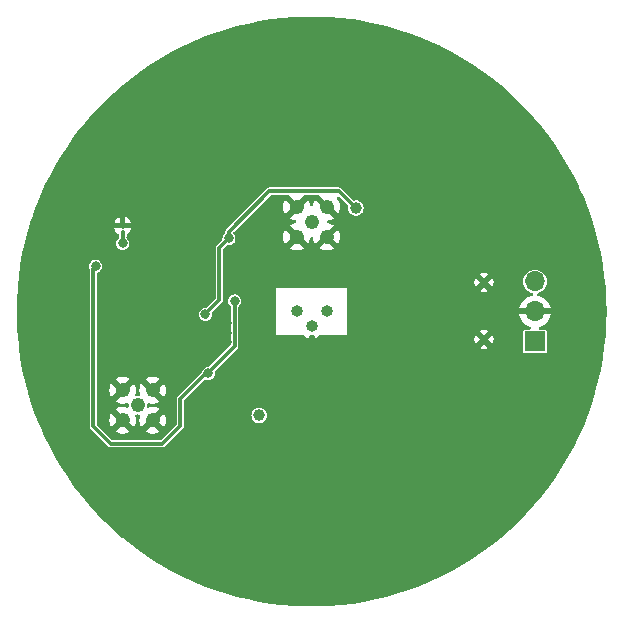
<source format=gbl>
%TF.GenerationSoftware,KiCad,Pcbnew,7.0.2*%
%TF.CreationDate,2023-05-30T15:48:39+02:00*%
%TF.ProjectId,oip_opa818,6f69705f-6f70-4613-9831-382e6b696361,rev?*%
%TF.SameCoordinates,Original*%
%TF.FileFunction,Copper,L2,Bot*%
%TF.FilePolarity,Positive*%
%FSLAX46Y46*%
G04 Gerber Fmt 4.6, Leading zero omitted, Abs format (unit mm)*
G04 Created by KiCad (PCBNEW 7.0.2) date 2023-05-30 15:48:39*
%MOMM*%
%LPD*%
G01*
G04 APERTURE LIST*
G04 Aperture macros list*
%AMRoundRect*
0 Rectangle with rounded corners*
0 $1 Rounding radius*
0 $2 $3 $4 $5 $6 $7 $8 $9 X,Y pos of 4 corners*
0 Add a 4 corners polygon primitive as box body*
4,1,4,$2,$3,$4,$5,$6,$7,$8,$9,$2,$3,0*
0 Add four circle primitives for the rounded corners*
1,1,$1+$1,$2,$3*
1,1,$1+$1,$4,$5*
1,1,$1+$1,$6,$7*
1,1,$1+$1,$8,$9*
0 Add four rect primitives between the rounded corners*
20,1,$1+$1,$2,$3,$4,$5,0*
20,1,$1+$1,$4,$5,$6,$7,0*
20,1,$1+$1,$6,$7,$8,$9,0*
20,1,$1+$1,$8,$9,$2,$3,0*%
G04 Aperture macros list end*
%TA.AperFunction,SMDPad,CuDef*%
%ADD10RoundRect,0.100000X-0.100000X0.130000X-0.100000X-0.130000X0.100000X-0.130000X0.100000X0.130000X0*%
%TD*%
%TA.AperFunction,ComponentPad*%
%ADD11O,1.000000X1.000000*%
%TD*%
%TA.AperFunction,ComponentPad*%
%ADD12C,0.600000*%
%TD*%
%TA.AperFunction,ComponentPad*%
%ADD13C,1.240000*%
%TD*%
%TA.AperFunction,ComponentPad*%
%ADD14C,1.000000*%
%TD*%
%TA.AperFunction,ComponentPad*%
%ADD15R,1.700000X1.700000*%
%TD*%
%TA.AperFunction,ComponentPad*%
%ADD16O,1.700000X1.700000*%
%TD*%
%TA.AperFunction,ViaPad*%
%ADD17C,0.800000*%
%TD*%
%TA.AperFunction,Conductor*%
%ADD18C,0.300000*%
%TD*%
%TA.AperFunction,Conductor*%
%ADD19C,0.200000*%
%TD*%
G04 APERTURE END LIST*
D10*
X134010400Y-92745600D03*
X134010400Y-93385600D03*
D11*
X148750000Y-100000000D03*
X150020000Y-101270000D03*
X151290000Y-100000000D03*
D12*
X164592000Y-97536000D03*
X164592000Y-102362000D03*
D13*
X135280400Y-107950000D03*
X134010400Y-106680000D03*
X134010400Y-109220000D03*
X136550400Y-106680000D03*
X136550400Y-109220000D03*
X150000000Y-92400000D03*
X151270000Y-91130000D03*
X151270000Y-93670000D03*
X148730000Y-91130000D03*
X148730000Y-93670000D03*
D14*
X153750000Y-91250000D03*
X145550000Y-108800000D03*
D15*
X168910000Y-102540000D03*
D16*
X168910000Y-100000000D03*
X168910000Y-97460000D03*
D17*
X137972800Y-97840800D03*
X138328400Y-98958400D03*
X139598400Y-105206800D03*
X139141200Y-104089200D03*
X138734800Y-103022400D03*
X138531600Y-101904800D03*
X159359600Y-106781600D03*
X161086800Y-103632000D03*
X161391600Y-101752400D03*
X134010400Y-94234000D03*
X131724400Y-96164400D03*
X143500000Y-99100000D03*
X141250000Y-105250000D03*
X134620000Y-100076000D03*
X138430000Y-100787200D03*
X132689600Y-93929200D03*
X140696305Y-106759530D03*
X141453835Y-107695002D03*
X142304998Y-108546165D03*
X143240470Y-109303695D03*
X144250000Y-109959292D03*
X145322529Y-110505773D03*
X146446305Y-110937150D03*
X147609016Y-111248697D03*
X148797923Y-111437002D03*
X150000000Y-111500000D03*
X151202077Y-111437002D03*
X152390984Y-111248697D03*
X153553695Y-110937150D03*
X154677471Y-110505773D03*
X155750000Y-109959292D03*
X156759530Y-109303695D03*
X157695002Y-108546165D03*
X158546165Y-107695002D03*
X159959292Y-105750000D03*
X160505773Y-104677471D03*
X161500000Y-100000000D03*
X161437002Y-98797923D03*
X161248697Y-97609016D03*
X160937150Y-96446305D03*
X160505773Y-95322529D03*
X159959292Y-94250000D03*
X159303695Y-93240470D03*
X158546165Y-92304998D03*
X157695002Y-91453835D03*
X156759530Y-90696305D03*
X155750000Y-90040708D03*
X154677471Y-89494227D03*
X153553695Y-89062850D03*
X152390984Y-88751303D03*
X151202077Y-88562998D03*
X150000000Y-88500000D03*
X148797923Y-88562998D03*
X147609016Y-88751303D03*
X145322529Y-89494227D03*
X144250000Y-90040708D03*
X143240470Y-90696305D03*
X142304998Y-91453835D03*
X140696305Y-93240470D03*
X140040708Y-94250000D03*
X139494227Y-95322529D03*
X139062850Y-96446305D03*
X142200000Y-101000000D03*
X142800000Y-101000000D03*
X142800000Y-101800000D03*
X142200000Y-101800000D03*
X142200000Y-102600000D03*
X142800000Y-102600000D03*
X149750000Y-107000000D03*
X141450000Y-92300000D03*
X144000000Y-103800000D03*
X153800000Y-92350000D03*
X157000000Y-98750000D03*
X153400000Y-102800000D03*
X146450000Y-89050000D03*
X148200000Y-97600000D03*
X150020000Y-102630000D03*
X151450000Y-97500000D03*
X157000000Y-99800000D03*
X146100000Y-97050000D03*
X146800000Y-94200000D03*
X146200000Y-91400000D03*
X147000000Y-105000000D03*
X144800000Y-95800000D03*
X146600000Y-99000000D03*
X141000000Y-100250000D03*
X143000000Y-93800000D03*
D18*
X138887200Y-109677200D02*
X137363200Y-111201200D01*
X138887200Y-107442000D02*
X138887200Y-109677200D01*
X141079200Y-105250000D02*
X138887200Y-107442000D01*
X137363200Y-111201200D02*
X132994400Y-111201200D01*
X132994400Y-111201200D02*
X131521200Y-109728000D01*
X131521200Y-109728000D02*
X131521200Y-96367600D01*
X131521200Y-96367600D02*
X131724400Y-96164400D01*
X141250000Y-105250000D02*
X141079200Y-105250000D01*
X134010400Y-93385600D02*
X134010400Y-94234000D01*
X141250000Y-105186002D02*
X141250000Y-105250000D01*
X143500000Y-99100000D02*
X143500001Y-102936001D01*
X143500001Y-102936001D02*
X141250000Y-105186002D01*
D19*
X148796051Y-91203949D02*
X149000000Y-91000000D01*
D18*
X150000000Y-101290000D02*
X150020000Y-101270000D01*
X153750000Y-91250000D02*
X152299999Y-89799999D01*
X146434316Y-89799999D02*
X143000000Y-93234315D01*
X152299999Y-89799999D02*
X146434316Y-89799999D01*
X141037500Y-100387500D02*
X141100000Y-100450000D01*
X141000000Y-100250000D02*
X142200000Y-99050000D01*
X143000000Y-93234315D02*
X143000000Y-93800000D01*
X142200000Y-99050000D02*
X142200000Y-94600000D01*
X143050000Y-93750000D02*
X143000000Y-93800000D01*
X142200000Y-94600000D02*
X143000000Y-93800000D01*
%TA.AperFunction,Conductor*%
G36*
X150615639Y-90120501D02*
G01*
X150636613Y-90137403D01*
X151213003Y-90713792D01*
X151138595Y-90725577D01*
X151020053Y-90785978D01*
X150925978Y-90880053D01*
X150865577Y-90998595D01*
X150854062Y-91071297D01*
X150843884Y-91063095D01*
X150310110Y-90529320D01*
X150310109Y-90529320D01*
X150306847Y-90533639D01*
X150213664Y-90720777D01*
X150156456Y-90921844D01*
X150150546Y-90985626D01*
X150124344Y-91051611D01*
X150066627Y-91092954D01*
X150025084Y-91100000D01*
X149974916Y-91100000D01*
X149906795Y-91079998D01*
X149860302Y-91026342D01*
X149849454Y-90985626D01*
X149843543Y-90921844D01*
X149786333Y-90720772D01*
X149693153Y-90533642D01*
X149689888Y-90529320D01*
X149156115Y-91063095D01*
X149145552Y-91068862D01*
X149134423Y-90998595D01*
X149074022Y-90880053D01*
X148979947Y-90785978D01*
X148861405Y-90725577D01*
X148786997Y-90713792D01*
X149363385Y-90137404D01*
X149425698Y-90103379D01*
X149452481Y-90100499D01*
X150547518Y-90100499D01*
X150615639Y-90120501D01*
G37*
%TD.AperFunction*%
%TA.AperFunction,Conductor*%
G36*
X150499061Y-75030537D02*
G01*
X151486366Y-75069819D01*
X151491308Y-75070114D01*
X152476355Y-75148624D01*
X152481300Y-75149118D01*
X153462372Y-75266719D01*
X153467308Y-75267411D01*
X154442939Y-75423924D01*
X154447864Y-75424816D01*
X154712412Y-75478121D01*
X155416497Y-75619993D01*
X155421348Y-75621071D01*
X156381461Y-75854604D01*
X156386273Y-75855876D01*
X157336389Y-76127409D01*
X157341143Y-76128871D01*
X158279659Y-76437945D01*
X158284333Y-76439588D01*
X159073151Y-76734614D01*
X159209842Y-76785738D01*
X159214496Y-76787585D01*
X160125506Y-77170253D01*
X160130042Y-77172266D01*
X160920036Y-77541709D01*
X161025107Y-77590846D01*
X161029602Y-77593058D01*
X161907315Y-78046890D01*
X161911719Y-78049280D01*
X162770652Y-78537624D01*
X162774952Y-78540182D01*
X163613874Y-79062339D01*
X163618023Y-79065038D01*
X164435505Y-79620122D01*
X164439548Y-79622986D01*
X165234329Y-80210143D01*
X165238262Y-80213172D01*
X166009053Y-80831447D01*
X166012885Y-80834649D01*
X166758444Y-81483042D01*
X166762159Y-81486404D01*
X167481382Y-82163957D01*
X167484960Y-82167465D01*
X168176663Y-82873060D01*
X168180098Y-82876707D01*
X168843184Y-83609223D01*
X168846472Y-83613003D01*
X169479931Y-84371327D01*
X169483066Y-84375235D01*
X170085878Y-85158144D01*
X170088855Y-85162174D01*
X170660050Y-85968411D01*
X170662865Y-85972556D01*
X171201565Y-86800879D01*
X171204213Y-86805133D01*
X171709564Y-87654231D01*
X171712040Y-87658587D01*
X172183218Y-88527076D01*
X172185519Y-88531526D01*
X172611247Y-89396623D01*
X172621801Y-89418068D01*
X172623920Y-89422600D01*
X172681562Y-89552528D01*
X173024621Y-90325810D01*
X173026561Y-90330429D01*
X173391030Y-91248838D01*
X173392785Y-91253531D01*
X173720453Y-92185702D01*
X173722020Y-92190461D01*
X174012365Y-93134909D01*
X174013742Y-93139726D01*
X174266317Y-94095000D01*
X174267501Y-94099869D01*
X174481890Y-95064395D01*
X174482880Y-95069306D01*
X174658757Y-96041613D01*
X174659551Y-96046560D01*
X174796636Y-97025107D01*
X174797232Y-97030082D01*
X174895303Y-98013281D01*
X174895701Y-98018276D01*
X174954605Y-99004604D01*
X174954804Y-99009610D01*
X174974450Y-99997494D01*
X174974450Y-100002504D01*
X174954804Y-100990389D01*
X174954605Y-100995395D01*
X174895701Y-101981723D01*
X174895303Y-101986718D01*
X174797232Y-102969917D01*
X174796636Y-102974892D01*
X174659551Y-103953439D01*
X174658757Y-103958386D01*
X174482880Y-104930693D01*
X174481890Y-104935604D01*
X174267501Y-105900130D01*
X174266317Y-105904999D01*
X174013742Y-106860273D01*
X174012365Y-106865090D01*
X173722020Y-107809538D01*
X173720453Y-107814297D01*
X173392785Y-108746468D01*
X173391030Y-108751161D01*
X173026561Y-109669570D01*
X173024621Y-109674189D01*
X172623924Y-110577392D01*
X172621801Y-110581931D01*
X172185519Y-111468473D01*
X172183218Y-111472923D01*
X171712040Y-112341412D01*
X171709564Y-112345768D01*
X171204213Y-113194866D01*
X171201565Y-113199120D01*
X170662865Y-114027443D01*
X170660050Y-114031588D01*
X170088855Y-114837825D01*
X170085878Y-114841855D01*
X169483066Y-115624764D01*
X169479931Y-115628672D01*
X168846472Y-116386996D01*
X168843184Y-116390776D01*
X168180098Y-117123292D01*
X168176663Y-117126939D01*
X167484960Y-117832534D01*
X167481382Y-117836042D01*
X166762159Y-118513595D01*
X166758444Y-118516957D01*
X166012885Y-119165350D01*
X166009040Y-119168562D01*
X165238280Y-119786813D01*
X165234310Y-119789870D01*
X164439570Y-120376997D01*
X164435482Y-120379893D01*
X163618049Y-120934944D01*
X163613849Y-120937676D01*
X162774958Y-121459813D01*
X162770652Y-121462375D01*
X161911719Y-121950719D01*
X161907315Y-121953109D01*
X161029602Y-122406941D01*
X161025107Y-122409153D01*
X160130064Y-122827723D01*
X160125484Y-122829755D01*
X159214499Y-123212413D01*
X159209842Y-123214261D01*
X158284359Y-123560402D01*
X158279632Y-123562063D01*
X157341161Y-123871122D01*
X157336372Y-123872595D01*
X156386289Y-124144119D01*
X156381445Y-124145399D01*
X155421373Y-124378922D01*
X155416482Y-124380009D01*
X154447864Y-124575183D01*
X154442934Y-124576075D01*
X153467321Y-124732586D01*
X153462359Y-124733281D01*
X152481320Y-124850879D01*
X152476335Y-124851377D01*
X151491337Y-124929883D01*
X151486335Y-124930181D01*
X150499061Y-124969463D01*
X150494052Y-124969563D01*
X149505948Y-124969563D01*
X149500939Y-124969463D01*
X148513664Y-124930181D01*
X148508662Y-124929883D01*
X147523664Y-124851377D01*
X147518679Y-124850879D01*
X146537640Y-124733281D01*
X146532678Y-124732586D01*
X145557065Y-124576075D01*
X145552135Y-124575183D01*
X144583517Y-124380009D01*
X144578626Y-124378922D01*
X143618554Y-124145399D01*
X143613710Y-124144119D01*
X142663627Y-123872595D01*
X142658838Y-123871122D01*
X141720367Y-123562063D01*
X141715640Y-123560402D01*
X140790157Y-123214261D01*
X140785500Y-123212413D01*
X139874515Y-122829755D01*
X139869935Y-122827723D01*
X138974892Y-122409153D01*
X138970397Y-122406941D01*
X138092684Y-121953109D01*
X138088280Y-121950719D01*
X137229347Y-121462375D01*
X137225041Y-121459813D01*
X136903970Y-121259974D01*
X136386137Y-120937667D01*
X136381963Y-120934952D01*
X135564504Y-120379884D01*
X135560442Y-120377006D01*
X134765678Y-119789861D01*
X134761719Y-119786813D01*
X133990959Y-119168562D01*
X133987114Y-119165350D01*
X133241555Y-118516957D01*
X133237840Y-118513595D01*
X132518617Y-117836042D01*
X132515039Y-117832534D01*
X131823336Y-117126939D01*
X131819901Y-117123292D01*
X131156815Y-116390776D01*
X131153527Y-116386996D01*
X130520068Y-115628672D01*
X130516933Y-115624764D01*
X130404569Y-115478831D01*
X129914113Y-114841845D01*
X129911144Y-114837825D01*
X129339949Y-114031588D01*
X129337134Y-114027443D01*
X128798434Y-113199120D01*
X128795786Y-113194866D01*
X128794961Y-113193480D01*
X128290417Y-112345736D01*
X128287977Y-112341444D01*
X127816777Y-111472915D01*
X127814480Y-111468473D01*
X127812346Y-111464137D01*
X127378184Y-110581901D01*
X127376089Y-110577422D01*
X127058265Y-109861024D01*
X126975378Y-109674189D01*
X126973438Y-109669570D01*
X126608969Y-108751161D01*
X126607214Y-108746468D01*
X126279546Y-107814297D01*
X126277979Y-107809538D01*
X126191909Y-107529565D01*
X125987624Y-106865055D01*
X125986266Y-106860307D01*
X125733675Y-105904974D01*
X125732504Y-105900155D01*
X125518109Y-104935604D01*
X125517119Y-104930693D01*
X125342398Y-103964774D01*
X125341236Y-103958352D01*
X125340453Y-103953473D01*
X125203361Y-102974877D01*
X125202767Y-102969917D01*
X125104694Y-101986699D01*
X125104298Y-101981723D01*
X125083369Y-101631278D01*
X125045393Y-100995391D01*
X125045195Y-100990389D01*
X125035138Y-100484680D01*
X125025549Y-100002464D01*
X125025549Y-99997535D01*
X125045195Y-99009604D01*
X125045394Y-99004604D01*
X125045820Y-98997466D01*
X125104299Y-98018253D01*
X125104696Y-98013281D01*
X125115853Y-97901436D01*
X125202769Y-97030060D01*
X125203363Y-97025107D01*
X125323940Y-96164400D01*
X131169150Y-96164400D01*
X131188069Y-96308107D01*
X131188070Y-96308109D01*
X131211109Y-96363733D01*
X131220700Y-96411948D01*
X131220700Y-109658430D01*
X131217944Y-109675321D01*
X131220566Y-109732036D01*
X131220700Y-109737853D01*
X131220700Y-109756903D01*
X131222386Y-109771444D01*
X131223613Y-109797991D01*
X131226320Y-109804121D01*
X131234907Y-109831850D01*
X131236137Y-109838432D01*
X131250125Y-109861024D01*
X131258259Y-109876454D01*
X131268994Y-109900765D01*
X131273725Y-109905496D01*
X131291755Y-109928258D01*
X131295280Y-109933951D01*
X131316486Y-109949965D01*
X131329650Y-109961421D01*
X132732719Y-111364490D01*
X132742717Y-111378386D01*
X132784682Y-111416642D01*
X132788871Y-111420642D01*
X132801603Y-111433374D01*
X132801606Y-111433376D01*
X132802348Y-111434118D01*
X132813827Y-111443212D01*
X132833467Y-111461116D01*
X132839709Y-111463534D01*
X132865402Y-111477077D01*
X132870919Y-111480856D01*
X132896782Y-111486938D01*
X132913432Y-111492093D01*
X132938227Y-111501700D01*
X132944919Y-111501700D01*
X132973767Y-111505046D01*
X132980281Y-111506579D01*
X133006596Y-111502907D01*
X133024004Y-111501700D01*
X137293630Y-111501700D01*
X137310521Y-111504455D01*
X137320963Y-111503972D01*
X137320965Y-111503973D01*
X137364982Y-111501938D01*
X137367237Y-111501834D01*
X137373054Y-111501700D01*
X137392104Y-111501700D01*
X137406642Y-111500011D01*
X137433192Y-111498785D01*
X137439318Y-111496079D01*
X137467057Y-111487490D01*
X137473633Y-111486261D01*
X137496226Y-111472271D01*
X137511654Y-111464140D01*
X137535965Y-111453406D01*
X137540695Y-111448675D01*
X137563463Y-111430641D01*
X137569152Y-111427119D01*
X137585173Y-111405902D01*
X137596615Y-111392754D01*
X139050488Y-109938881D01*
X139064380Y-109928887D01*
X139071424Y-109921159D01*
X139071428Y-109921158D01*
X139102666Y-109886889D01*
X139106622Y-109882747D01*
X139119374Y-109869997D01*
X139119378Y-109869990D01*
X139120125Y-109869244D01*
X139129211Y-109857772D01*
X139147116Y-109838133D01*
X139149533Y-109831891D01*
X139163075Y-109806199D01*
X139166856Y-109800681D01*
X139172939Y-109774814D01*
X139178100Y-109758151D01*
X139187700Y-109733373D01*
X139187700Y-109726680D01*
X139191047Y-109697832D01*
X139192049Y-109693571D01*
X139192579Y-109691319D01*
X139188908Y-109665003D01*
X139187700Y-109647595D01*
X139187700Y-108800000D01*
X144894722Y-108800000D01*
X144913762Y-108956816D01*
X144969779Y-109104522D01*
X145059516Y-109234529D01*
X145177761Y-109339284D01*
X145317631Y-109412694D01*
X145317635Y-109412696D01*
X145471015Y-109450500D01*
X145628983Y-109450500D01*
X145628985Y-109450500D01*
X145782365Y-109412696D01*
X145922240Y-109339283D01*
X146040483Y-109234530D01*
X146130220Y-109104523D01*
X146186237Y-108956818D01*
X146205278Y-108800000D01*
X146186237Y-108643182D01*
X146130220Y-108495477D01*
X146040483Y-108365470D01*
X145922238Y-108260715D01*
X145782368Y-108187305D01*
X145782365Y-108187304D01*
X145628985Y-108149500D01*
X145628983Y-108149500D01*
X145471017Y-108149500D01*
X145471015Y-108149500D01*
X145317635Y-108187304D01*
X145317631Y-108187305D01*
X145177761Y-108260715D01*
X145059516Y-108365470D01*
X144969779Y-108495477D01*
X144913762Y-108643183D01*
X144894722Y-108800000D01*
X139187700Y-108800000D01*
X139187700Y-107618660D01*
X139207702Y-107550539D01*
X139224600Y-107529570D01*
X140948861Y-105805308D01*
X141011171Y-105771285D01*
X141081986Y-105776349D01*
X141086127Y-105777977D01*
X141106291Y-105786330D01*
X141250000Y-105805250D01*
X141393709Y-105786330D01*
X141430031Y-105771285D01*
X141527623Y-105730862D01*
X141527623Y-105730861D01*
X141527625Y-105730861D01*
X141642621Y-105642621D01*
X141730861Y-105527625D01*
X141786330Y-105393709D01*
X141805250Y-105250000D01*
X141790758Y-105139926D01*
X141801697Y-105069779D01*
X141826582Y-105034389D01*
X143663289Y-103197682D01*
X143677181Y-103187688D01*
X143684225Y-103179960D01*
X143684229Y-103179959D01*
X143715467Y-103145690D01*
X143719423Y-103141548D01*
X143732175Y-103128798D01*
X143732179Y-103128791D01*
X143732926Y-103128045D01*
X143742012Y-103116573D01*
X143759917Y-103096934D01*
X143762334Y-103090694D01*
X143764467Y-103086647D01*
X164226563Y-103086647D01*
X164239204Y-103094590D01*
X164411062Y-103154726D01*
X164592000Y-103175112D01*
X164772937Y-103154726D01*
X164944797Y-103094589D01*
X164957435Y-103086647D01*
X164957436Y-103086646D01*
X164592000Y-102721210D01*
X164591999Y-102721210D01*
X164226563Y-103086645D01*
X164226563Y-103086647D01*
X143764467Y-103086647D01*
X143775879Y-103064998D01*
X143779658Y-103059482D01*
X143785743Y-103033606D01*
X143790904Y-103016945D01*
X143800501Y-102992174D01*
X143800500Y-102985485D01*
X143803849Y-102956626D01*
X143805380Y-102950120D01*
X143801708Y-102923808D01*
X143800500Y-102906397D01*
X143800500Y-102361999D01*
X163778887Y-102361999D01*
X163799273Y-102542935D01*
X163859410Y-102714795D01*
X163867352Y-102727436D01*
X164187140Y-102407649D01*
X164392000Y-102407649D01*
X164431613Y-102489905D01*
X164502992Y-102546827D01*
X164569468Y-102562000D01*
X164614532Y-102562000D01*
X164681008Y-102546827D01*
X164752387Y-102489905D01*
X164792000Y-102407649D01*
X164792000Y-102361999D01*
X164951210Y-102361999D01*
X165316646Y-102727436D01*
X165316647Y-102727435D01*
X165324589Y-102714797D01*
X165384726Y-102542937D01*
X165405112Y-102361999D01*
X165384726Y-102181062D01*
X165324590Y-102009204D01*
X165316647Y-101996563D01*
X165316645Y-101996563D01*
X164951210Y-102361999D01*
X164792000Y-102361999D01*
X164792000Y-102316351D01*
X164752387Y-102234095D01*
X164681008Y-102177173D01*
X164614532Y-102162000D01*
X164569468Y-102162000D01*
X164502992Y-102177173D01*
X164431613Y-102234095D01*
X164392000Y-102316351D01*
X164392000Y-102407649D01*
X164187140Y-102407649D01*
X164232789Y-102362000D01*
X164232789Y-102361999D01*
X163867352Y-101996563D01*
X163859409Y-102009205D01*
X163799273Y-102181062D01*
X163778887Y-102361999D01*
X143800500Y-102361999D01*
X143800500Y-99625443D01*
X143820502Y-99557322D01*
X143849793Y-99525483D01*
X143892621Y-99492621D01*
X143980861Y-99377625D01*
X143991703Y-99351451D01*
X144036330Y-99243709D01*
X144041467Y-99204691D01*
X144055250Y-99100000D01*
X144036330Y-98956291D01*
X144030186Y-98941458D01*
X143980862Y-98822376D01*
X143926949Y-98752116D01*
X143892621Y-98707379D01*
X143803652Y-98639110D01*
X143777623Y-98619137D01*
X143643709Y-98563669D01*
X143516717Y-98546951D01*
X143500000Y-98544750D01*
X143499999Y-98544750D01*
X143356290Y-98563669D01*
X143222376Y-98619137D01*
X143107379Y-98707379D01*
X143019137Y-98822376D01*
X142963669Y-98956290D01*
X142944750Y-99100000D01*
X142963669Y-99243709D01*
X143019137Y-99377623D01*
X143019139Y-99377625D01*
X143107379Y-99492621D01*
X143150204Y-99525482D01*
X143192071Y-99582817D01*
X143199500Y-99625443D01*
X143199500Y-102759340D01*
X143179498Y-102827461D01*
X143162595Y-102848435D01*
X141352506Y-104658523D01*
X141290194Y-104692549D01*
X141255841Y-104693981D01*
X141106290Y-104713669D01*
X140972376Y-104769137D01*
X140857379Y-104857379D01*
X140769138Y-104972375D01*
X140713669Y-105106290D01*
X140706475Y-105160933D01*
X140677751Y-105225859D01*
X140670648Y-105233579D01*
X138723905Y-107180322D01*
X138710011Y-107190320D01*
X138671753Y-107232285D01*
X138667741Y-107236487D01*
X138654279Y-107249949D01*
X138645191Y-107261422D01*
X138627283Y-107281066D01*
X138624862Y-107287316D01*
X138611326Y-107312996D01*
X138607543Y-107318519D01*
X138601459Y-107344383D01*
X138596300Y-107361045D01*
X138586700Y-107385827D01*
X138586700Y-107392518D01*
X138583353Y-107421366D01*
X138581820Y-107427879D01*
X138585492Y-107454196D01*
X138586700Y-107471604D01*
X138586700Y-109500538D01*
X138566698Y-109568659D01*
X138549795Y-109589633D01*
X137275634Y-110863795D01*
X137213322Y-110897820D01*
X137186539Y-110900700D01*
X133171062Y-110900700D01*
X133102941Y-110880698D01*
X133081967Y-110863795D01*
X131858604Y-109640432D01*
X131824578Y-109578120D01*
X131821699Y-109551337D01*
X131821699Y-109219999D01*
X132877567Y-109219999D01*
X132896856Y-109428155D01*
X132954066Y-109629227D01*
X133047244Y-109816354D01*
X133050511Y-109820678D01*
X133594192Y-109276997D01*
X133605977Y-109351405D01*
X133666378Y-109469947D01*
X133760453Y-109564022D01*
X133878995Y-109624423D01*
X133953402Y-109636207D01*
X133412867Y-110176741D01*
X133505454Y-110234070D01*
X133700385Y-110309586D01*
X133905877Y-110348000D01*
X134114923Y-110348000D01*
X134320414Y-110309586D01*
X134515349Y-110234068D01*
X134607931Y-110176742D01*
X134067397Y-109636207D01*
X134141805Y-109624423D01*
X134260347Y-109564022D01*
X134354422Y-109469947D01*
X134414823Y-109351405D01*
X134426607Y-109276997D01*
X134970287Y-109820678D01*
X134970289Y-109820678D01*
X134973550Y-109816361D01*
X135066735Y-109629222D01*
X135123943Y-109428155D01*
X135143232Y-109219999D01*
X135123943Y-109011846D01*
X135085975Y-108878402D01*
X135086571Y-108807408D01*
X135125455Y-108748006D01*
X135190281Y-108719056D01*
X135221264Y-108718712D01*
X135280400Y-108725375D01*
X135339530Y-108718712D01*
X135409458Y-108730961D01*
X135461666Y-108779073D01*
X135479575Y-108847774D01*
X135474824Y-108878401D01*
X135436856Y-109011844D01*
X135417567Y-109220000D01*
X135436856Y-109428155D01*
X135494066Y-109629227D01*
X135587244Y-109816354D01*
X135590511Y-109820678D01*
X136134192Y-109276997D01*
X136145977Y-109351405D01*
X136206378Y-109469947D01*
X136300453Y-109564022D01*
X136418995Y-109624423D01*
X136493402Y-109636207D01*
X135952867Y-110176741D01*
X136045454Y-110234070D01*
X136240385Y-110309586D01*
X136445877Y-110348000D01*
X136654923Y-110348000D01*
X136860414Y-110309586D01*
X137055349Y-110234068D01*
X137147931Y-110176742D01*
X136607397Y-109636207D01*
X136681805Y-109624423D01*
X136800347Y-109564022D01*
X136894422Y-109469947D01*
X136954823Y-109351405D01*
X136966607Y-109276996D01*
X137510288Y-109820678D01*
X137510289Y-109820678D01*
X137513550Y-109816361D01*
X137606735Y-109629222D01*
X137663943Y-109428155D01*
X137683232Y-109220000D01*
X137663943Y-109011844D01*
X137606733Y-108810772D01*
X137513553Y-108623642D01*
X137510288Y-108619319D01*
X136966607Y-109163000D01*
X136954823Y-109088595D01*
X136894422Y-108970053D01*
X136800347Y-108875978D01*
X136681805Y-108815577D01*
X136607398Y-108803792D01*
X137147932Y-108263256D01*
X137055348Y-108205930D01*
X136860414Y-108130413D01*
X136654923Y-108092000D01*
X136445877Y-108092000D01*
X136240382Y-108130414D01*
X136220112Y-108138267D01*
X136149366Y-108144223D01*
X136086630Y-108110985D01*
X136051823Y-108049106D01*
X136049389Y-108006673D01*
X136055775Y-107950000D01*
X136049389Y-107893328D01*
X136061638Y-107823400D01*
X136109750Y-107771192D01*
X136178451Y-107753283D01*
X136220115Y-107761733D01*
X136240385Y-107769586D01*
X136445877Y-107808000D01*
X136654923Y-107808000D01*
X136860414Y-107769586D01*
X137055349Y-107694068D01*
X137147931Y-107636742D01*
X137147931Y-107636741D01*
X136607397Y-107096207D01*
X136681805Y-107084423D01*
X136800347Y-107024022D01*
X136894422Y-106929947D01*
X136954823Y-106811405D01*
X136966607Y-106736998D01*
X137510287Y-107280678D01*
X137510289Y-107280678D01*
X137513550Y-107276361D01*
X137606735Y-107089222D01*
X137663943Y-106888155D01*
X137683232Y-106680000D01*
X137663943Y-106471844D01*
X137606733Y-106270772D01*
X137513553Y-106083642D01*
X137510288Y-106079320D01*
X136966607Y-106623001D01*
X136954823Y-106548595D01*
X136894422Y-106430053D01*
X136800347Y-106335978D01*
X136681805Y-106275577D01*
X136607397Y-106263792D01*
X137147932Y-105723256D01*
X137055348Y-105665930D01*
X136860414Y-105590413D01*
X136654923Y-105552000D01*
X136445877Y-105552000D01*
X136240385Y-105590413D01*
X136045451Y-105665930D01*
X135952866Y-105723257D01*
X136493401Y-106263792D01*
X136418995Y-106275577D01*
X136300453Y-106335978D01*
X136206378Y-106430053D01*
X136145977Y-106548595D01*
X136134192Y-106623001D01*
X135590511Y-106079320D01*
X135590509Y-106079320D01*
X135587247Y-106083639D01*
X135494064Y-106270777D01*
X135436856Y-106471844D01*
X135417567Y-106680000D01*
X135436856Y-106888155D01*
X135474824Y-107021598D01*
X135474228Y-107092592D01*
X135435344Y-107151993D01*
X135370517Y-107180943D01*
X135339527Y-107181286D01*
X135280400Y-107174625D01*
X135221272Y-107181286D01*
X135151341Y-107169037D01*
X135099133Y-107120924D01*
X135081225Y-107052223D01*
X135085976Y-107021598D01*
X135123943Y-106888155D01*
X135143232Y-106679999D01*
X135123943Y-106471844D01*
X135066733Y-106270772D01*
X134973553Y-106083642D01*
X134970288Y-106079319D01*
X134426607Y-106623000D01*
X134414823Y-106548595D01*
X134354422Y-106430053D01*
X134260347Y-106335978D01*
X134141805Y-106275577D01*
X134067397Y-106263792D01*
X134607932Y-105723256D01*
X134515348Y-105665930D01*
X134320414Y-105590413D01*
X134114923Y-105552000D01*
X133905877Y-105552000D01*
X133700385Y-105590413D01*
X133505451Y-105665930D01*
X133412866Y-105723257D01*
X133953401Y-106263792D01*
X133878995Y-106275577D01*
X133760453Y-106335978D01*
X133666378Y-106430053D01*
X133605977Y-106548595D01*
X133594192Y-106623001D01*
X133050511Y-106079320D01*
X133050509Y-106079320D01*
X133047247Y-106083639D01*
X132954064Y-106270777D01*
X132896856Y-106471844D01*
X132877567Y-106679999D01*
X132896856Y-106888155D01*
X132954066Y-107089227D01*
X133047244Y-107276354D01*
X133050510Y-107280678D01*
X133594192Y-106736996D01*
X133605977Y-106811405D01*
X133666378Y-106929947D01*
X133760453Y-107024022D01*
X133878995Y-107084423D01*
X133953401Y-107096207D01*
X133412867Y-107636741D01*
X133412866Y-107636741D01*
X133505454Y-107694070D01*
X133700385Y-107769586D01*
X133905877Y-107808000D01*
X134114923Y-107808000D01*
X134320414Y-107769586D01*
X134340682Y-107761734D01*
X134411429Y-107755775D01*
X134474165Y-107789011D01*
X134508975Y-107850888D01*
X134511410Y-107893331D01*
X134505025Y-107949999D01*
X134511410Y-108006668D01*
X134499160Y-108076600D01*
X134451047Y-108128808D01*
X134382346Y-108146716D01*
X134340686Y-108138267D01*
X134320414Y-108130413D01*
X134114923Y-108092000D01*
X133905877Y-108092000D01*
X133700385Y-108130413D01*
X133505451Y-108205930D01*
X133412867Y-108263257D01*
X133953403Y-108803792D01*
X133878995Y-108815577D01*
X133760453Y-108875978D01*
X133666378Y-108970053D01*
X133605977Y-109088595D01*
X133594192Y-109163001D01*
X133050510Y-108619320D01*
X133050509Y-108619320D01*
X133047247Y-108623639D01*
X132954064Y-108810777D01*
X132896856Y-109011844D01*
X132877567Y-109219999D01*
X131821699Y-109219999D01*
X131821699Y-103175112D01*
X131821699Y-100249999D01*
X140444750Y-100249999D01*
X140463669Y-100393709D01*
X140519137Y-100527623D01*
X140519139Y-100527625D01*
X140607379Y-100642621D01*
X140700670Y-100714206D01*
X140722376Y-100730862D01*
X140856290Y-100786330D01*
X140873008Y-100788531D01*
X141000000Y-100805250D01*
X141143709Y-100786330D01*
X141277625Y-100730861D01*
X141392621Y-100642621D01*
X141480861Y-100527625D01*
X141492304Y-100500000D01*
X141536330Y-100393709D01*
X141536329Y-100393709D01*
X141555250Y-100250000D01*
X141548203Y-100196478D01*
X141559142Y-100126333D01*
X141584027Y-100090942D01*
X142363288Y-99311681D01*
X142377180Y-99301687D01*
X142384224Y-99293959D01*
X142384228Y-99293958D01*
X142415466Y-99259689D01*
X142419422Y-99255547D01*
X142432174Y-99242797D01*
X142432178Y-99242790D01*
X142432925Y-99242044D01*
X142442011Y-99230572D01*
X142459916Y-99210933D01*
X142462333Y-99204691D01*
X142475875Y-99178999D01*
X142479656Y-99173481D01*
X142485739Y-99147614D01*
X142490900Y-99130951D01*
X142500500Y-99106173D01*
X142500500Y-99099480D01*
X142503847Y-99070631D01*
X142505379Y-99064119D01*
X142501708Y-99037802D01*
X142500500Y-99020395D01*
X142500500Y-98000000D01*
X147000000Y-98000000D01*
X147000000Y-102000000D01*
X149275505Y-102000000D01*
X149343626Y-102020002D01*
X149355438Y-102028601D01*
X149457272Y-102112174D01*
X149632387Y-102205775D01*
X149766000Y-102246305D01*
X149766000Y-102126000D01*
X149786002Y-102057879D01*
X149839658Y-102011386D01*
X149892000Y-102000000D01*
X150148000Y-102000000D01*
X150216121Y-102020002D01*
X150262614Y-102073658D01*
X150274000Y-102126000D01*
X150274000Y-102246305D01*
X150407612Y-102205775D01*
X150582727Y-102112174D01*
X150684562Y-102028601D01*
X150749909Y-102000847D01*
X150764495Y-102000000D01*
X153000000Y-102000000D01*
X153000000Y-101637352D01*
X164226563Y-101637352D01*
X164591999Y-102002789D01*
X164592000Y-102002789D01*
X164957436Y-101637352D01*
X164944795Y-101629410D01*
X164772935Y-101569273D01*
X164592000Y-101548887D01*
X164411062Y-101569273D01*
X164239205Y-101629409D01*
X164226563Y-101637352D01*
X153000000Y-101637352D01*
X153000000Y-100254000D01*
X167573455Y-100254000D01*
X167621177Y-100442451D01*
X167711580Y-100648548D01*
X167834678Y-100836962D01*
X167987096Y-101002533D01*
X168164697Y-101140766D01*
X168362631Y-101247883D01*
X168497918Y-101294327D01*
X168555853Y-101335364D01*
X168582405Y-101401209D01*
X168569144Y-101470956D01*
X168520279Y-101522461D01*
X168457006Y-101539500D01*
X168045181Y-101539500D01*
X168045180Y-101539500D01*
X168034204Y-101541683D01*
X168001275Y-101548233D01*
X167951495Y-101581495D01*
X167918233Y-101631275D01*
X167909500Y-101675181D01*
X167909500Y-103404818D01*
X167918233Y-103448724D01*
X167951495Y-103498504D01*
X168001275Y-103531766D01*
X168001277Y-103531766D01*
X168001278Y-103531767D01*
X168045180Y-103540500D01*
X169774819Y-103540500D01*
X169774820Y-103540500D01*
X169818722Y-103531767D01*
X169818723Y-103531766D01*
X169818724Y-103531766D01*
X169868504Y-103498504D01*
X169901766Y-103448724D01*
X169901766Y-103448723D01*
X169901767Y-103448722D01*
X169910500Y-103404820D01*
X169910500Y-101675180D01*
X169901767Y-101631278D01*
X169901766Y-101631277D01*
X169901766Y-101631275D01*
X169868504Y-101581495D01*
X169818724Y-101548233D01*
X169789453Y-101542410D01*
X169774820Y-101539500D01*
X169774819Y-101539500D01*
X169362994Y-101539500D01*
X169294873Y-101519498D01*
X169248380Y-101465842D01*
X169238276Y-101395568D01*
X169267770Y-101330988D01*
X169322082Y-101294327D01*
X169457368Y-101247883D01*
X169655302Y-101140766D01*
X169832903Y-101002533D01*
X169985321Y-100836962D01*
X170108419Y-100648548D01*
X170198822Y-100442451D01*
X170246544Y-100254000D01*
X169341116Y-100254000D01*
X169369493Y-100209844D01*
X169410000Y-100071889D01*
X169410000Y-99928111D01*
X169369493Y-99790156D01*
X169341116Y-99746000D01*
X170246544Y-99746000D01*
X170246544Y-99745999D01*
X170198822Y-99557548D01*
X170108419Y-99351451D01*
X169985321Y-99163037D01*
X169832903Y-98997466D01*
X169655302Y-98859233D01*
X169457368Y-98752116D01*
X169244508Y-98679041D01*
X169190630Y-98670051D01*
X169126730Y-98639110D01*
X169089703Y-98578533D01*
X169091304Y-98507555D01*
X169131025Y-98448709D01*
X169174789Y-98425196D01*
X169294727Y-98388814D01*
X169468538Y-98295910D01*
X169620883Y-98170883D01*
X169745910Y-98018538D01*
X169838814Y-97844727D01*
X169896024Y-97656132D01*
X169915341Y-97460000D01*
X169896024Y-97263868D01*
X169838814Y-97075273D01*
X169745910Y-96901462D01*
X169745909Y-96901461D01*
X169620883Y-96749116D01*
X169468537Y-96624089D01*
X169294725Y-96531185D01*
X169106132Y-96473975D01*
X168910000Y-96454658D01*
X168713867Y-96473975D01*
X168525274Y-96531185D01*
X168351462Y-96624089D01*
X168199116Y-96749116D01*
X168074089Y-96901462D01*
X167981185Y-97075274D01*
X167923975Y-97263867D01*
X167904658Y-97460000D01*
X167923975Y-97656132D01*
X167981185Y-97844725D01*
X168074089Y-98018537D01*
X168199116Y-98170883D01*
X168351462Y-98295910D01*
X168525273Y-98388814D01*
X168569952Y-98402367D01*
X168645206Y-98425196D01*
X168704587Y-98464111D01*
X168733503Y-98528952D01*
X168722772Y-98599133D01*
X168675802Y-98652372D01*
X168629370Y-98670051D01*
X168575490Y-98679042D01*
X168362631Y-98752116D01*
X168164697Y-98859233D01*
X167987096Y-98997466D01*
X167834678Y-99163037D01*
X167711580Y-99351451D01*
X167621177Y-99557548D01*
X167573455Y-99745999D01*
X167573456Y-99746000D01*
X168478884Y-99746000D01*
X168450507Y-99790156D01*
X168410000Y-99928111D01*
X168410000Y-100071889D01*
X168450507Y-100209844D01*
X168478884Y-100254000D01*
X167573455Y-100254000D01*
X153000000Y-100254000D01*
X153000000Y-98260647D01*
X164226563Y-98260647D01*
X164239204Y-98268590D01*
X164411062Y-98328726D01*
X164592000Y-98349112D01*
X164772937Y-98328726D01*
X164944797Y-98268589D01*
X164957435Y-98260647D01*
X164957436Y-98260646D01*
X164592000Y-97895210D01*
X164591999Y-97895210D01*
X164226563Y-98260645D01*
X164226563Y-98260647D01*
X153000000Y-98260647D01*
X153000000Y-98000000D01*
X147000000Y-98000000D01*
X142500500Y-98000000D01*
X142500500Y-97536000D01*
X163778887Y-97536000D01*
X163799273Y-97716935D01*
X163859410Y-97888795D01*
X163867352Y-97901436D01*
X164187140Y-97581649D01*
X164392000Y-97581649D01*
X164431613Y-97663905D01*
X164502992Y-97720827D01*
X164569468Y-97736000D01*
X164614532Y-97736000D01*
X164681008Y-97720827D01*
X164752387Y-97663905D01*
X164792000Y-97581649D01*
X164792000Y-97535999D01*
X164951210Y-97535999D01*
X165316646Y-97901436D01*
X165316647Y-97901435D01*
X165324589Y-97888797D01*
X165384726Y-97716937D01*
X165405112Y-97536000D01*
X165384726Y-97355062D01*
X165324590Y-97183204D01*
X165316647Y-97170563D01*
X165316645Y-97170563D01*
X164951210Y-97535999D01*
X164792000Y-97535999D01*
X164792000Y-97490351D01*
X164752387Y-97408095D01*
X164681008Y-97351173D01*
X164614532Y-97336000D01*
X164569468Y-97336000D01*
X164502992Y-97351173D01*
X164431613Y-97408095D01*
X164392000Y-97490351D01*
X164392000Y-97581649D01*
X164187140Y-97581649D01*
X164232789Y-97536000D01*
X164232789Y-97535999D01*
X163867352Y-97170563D01*
X163859409Y-97183205D01*
X163799273Y-97355062D01*
X163778887Y-97536000D01*
X142500500Y-97536000D01*
X142500500Y-96811351D01*
X164226563Y-96811351D01*
X164591999Y-97176788D01*
X164957435Y-96811352D01*
X164944795Y-96803410D01*
X164772935Y-96743273D01*
X164591999Y-96722887D01*
X164411062Y-96743273D01*
X164239205Y-96803409D01*
X164226563Y-96811351D01*
X142500500Y-96811351D01*
X142500500Y-94776661D01*
X142520502Y-94708540D01*
X142537400Y-94687570D01*
X142840941Y-94384028D01*
X142903252Y-94350005D01*
X142946477Y-94348203D01*
X143000000Y-94355250D01*
X143143709Y-94336330D01*
X143277625Y-94280861D01*
X143392621Y-94192621D01*
X143480861Y-94077625D01*
X143536330Y-93943709D01*
X143555250Y-93800000D01*
X143536330Y-93656291D01*
X143536330Y-93656290D01*
X143480862Y-93522376D01*
X143440108Y-93469265D01*
X143398791Y-93415420D01*
X143373192Y-93349204D01*
X143387456Y-93279655D01*
X143409657Y-93249627D01*
X146521881Y-90137404D01*
X146584194Y-90103378D01*
X146610977Y-90100499D01*
X148007518Y-90100499D01*
X148075639Y-90120501D01*
X148096613Y-90137404D01*
X148673001Y-90713792D01*
X148598595Y-90725577D01*
X148480053Y-90785978D01*
X148385978Y-90880053D01*
X148325577Y-90998595D01*
X148313792Y-91073001D01*
X147770111Y-90529320D01*
X147770109Y-90529320D01*
X147766847Y-90533639D01*
X147673664Y-90720777D01*
X147616456Y-90921844D01*
X147597167Y-91129999D01*
X147616456Y-91338155D01*
X147673666Y-91539227D01*
X147766844Y-91726354D01*
X147770110Y-91730678D01*
X148313792Y-91186996D01*
X148325577Y-91261405D01*
X148385978Y-91379947D01*
X148480053Y-91474022D01*
X148598595Y-91534423D01*
X148671295Y-91545937D01*
X148663095Y-91556113D01*
X148132466Y-92086741D01*
X148225054Y-92144070D01*
X148419985Y-92219586D01*
X148597152Y-92252705D01*
X148660437Y-92284884D01*
X148696279Y-92346170D01*
X148699999Y-92376560D01*
X148699999Y-92423439D01*
X148679997Y-92491560D01*
X148626341Y-92538053D01*
X148597153Y-92547293D01*
X148419989Y-92580412D01*
X148225051Y-92655930D01*
X148132467Y-92713257D01*
X148663095Y-93243884D01*
X148668863Y-93254447D01*
X148598595Y-93265577D01*
X148480053Y-93325978D01*
X148385978Y-93420053D01*
X148325577Y-93538595D01*
X148313792Y-93613001D01*
X147770111Y-93069320D01*
X147770109Y-93069320D01*
X147766847Y-93073639D01*
X147673664Y-93260777D01*
X147616456Y-93461844D01*
X147597167Y-93670000D01*
X147616456Y-93878155D01*
X147673666Y-94079227D01*
X147766844Y-94266354D01*
X147770110Y-94270678D01*
X148313792Y-93726996D01*
X148325577Y-93801405D01*
X148385978Y-93919947D01*
X148480053Y-94014022D01*
X148598595Y-94074423D01*
X148673002Y-94086207D01*
X148132467Y-94626741D01*
X148225054Y-94684070D01*
X148419985Y-94759586D01*
X148625477Y-94798000D01*
X148834523Y-94798000D01*
X149040014Y-94759586D01*
X149234949Y-94684068D01*
X149327531Y-94626742D01*
X148786997Y-94086207D01*
X148861405Y-94074423D01*
X148979947Y-94014022D01*
X149074022Y-93919947D01*
X149134423Y-93801405D01*
X149145937Y-93728702D01*
X149156116Y-93736905D01*
X149689888Y-94270678D01*
X149689889Y-94270678D01*
X149693150Y-94266361D01*
X149786335Y-94079222D01*
X149843543Y-93878155D01*
X149849454Y-93814374D01*
X149875656Y-93748389D01*
X149933373Y-93707046D01*
X149974916Y-93700000D01*
X150025084Y-93700000D01*
X150093205Y-93720002D01*
X150139698Y-93773658D01*
X150150546Y-93814374D01*
X150156456Y-93878155D01*
X150213664Y-94079222D01*
X150306848Y-94266361D01*
X150312542Y-94273902D01*
X150312543Y-94273903D01*
X150849543Y-93736904D01*
X150854898Y-93733979D01*
X150865577Y-93801405D01*
X150925978Y-93919947D01*
X151020053Y-94014022D01*
X151138595Y-94074423D01*
X151208118Y-94085434D01*
X150668972Y-94624579D01*
X150765051Y-94684069D01*
X150959985Y-94759586D01*
X151165477Y-94798000D01*
X151374523Y-94798000D01*
X151580014Y-94759586D01*
X151774945Y-94684070D01*
X151871026Y-94624578D01*
X151331882Y-94085434D01*
X151401405Y-94074423D01*
X151519947Y-94014022D01*
X151614022Y-93919947D01*
X151674423Y-93801405D01*
X151685434Y-93731882D01*
X152227454Y-94273902D01*
X152227455Y-94273902D01*
X152233152Y-94266358D01*
X152326335Y-94079222D01*
X152383543Y-93878155D01*
X152402832Y-93670000D01*
X152383543Y-93461844D01*
X152326335Y-93260777D01*
X152233152Y-93073641D01*
X152227455Y-93066096D01*
X151685434Y-93608117D01*
X151674423Y-93538595D01*
X151614022Y-93420053D01*
X151519947Y-93325978D01*
X151401405Y-93265577D01*
X151332744Y-93254702D01*
X151336905Y-93249540D01*
X151871025Y-92715419D01*
X151774948Y-92655930D01*
X151580009Y-92580411D01*
X151402847Y-92547293D01*
X151339561Y-92515114D01*
X151303720Y-92453829D01*
X151300000Y-92423439D01*
X151300000Y-92376560D01*
X151320002Y-92308439D01*
X151373658Y-92261946D01*
X151402847Y-92252705D01*
X151580014Y-92219586D01*
X151774949Y-92144068D01*
X151867531Y-92086742D01*
X151867531Y-92086741D01*
X151336905Y-91556115D01*
X151331137Y-91545552D01*
X151401405Y-91534423D01*
X151519947Y-91474022D01*
X151614022Y-91379947D01*
X151674423Y-91261405D01*
X151686207Y-91186997D01*
X152229888Y-91730678D01*
X152229889Y-91730678D01*
X152233150Y-91726361D01*
X152326335Y-91539222D01*
X152383543Y-91338155D01*
X152402832Y-91129999D01*
X152383543Y-90921844D01*
X152326333Y-90720772D01*
X152233154Y-90533643D01*
X152168858Y-90448501D01*
X152143768Y-90382085D01*
X152158568Y-90312648D01*
X152208559Y-90262236D01*
X152277869Y-90246853D01*
X152344493Y-90271385D01*
X152358503Y-90283474D01*
X153076277Y-91001248D01*
X153110303Y-91063560D01*
X153112263Y-91105530D01*
X153094721Y-91249999D01*
X153113762Y-91406816D01*
X153169779Y-91554522D01*
X153259516Y-91684529D01*
X153377761Y-91789284D01*
X153517631Y-91862694D01*
X153517635Y-91862696D01*
X153671015Y-91900500D01*
X153828983Y-91900500D01*
X153828985Y-91900500D01*
X153982365Y-91862696D01*
X154122240Y-91789283D01*
X154240483Y-91684530D01*
X154330220Y-91554523D01*
X154386237Y-91406818D01*
X154405278Y-91250000D01*
X154386237Y-91093182D01*
X154330220Y-90945477D01*
X154240483Y-90815470D01*
X154122240Y-90710717D01*
X154122238Y-90710715D01*
X153982368Y-90637305D01*
X153982365Y-90637304D01*
X153828985Y-90599500D01*
X153828983Y-90599500D01*
X153671012Y-90599500D01*
X153622443Y-90611470D01*
X153551515Y-90608350D01*
X153503197Y-90578226D01*
X152561681Y-89636710D01*
X152551683Y-89622813D01*
X152509715Y-89584554D01*
X152505525Y-89580554D01*
X152492796Y-89567825D01*
X152492795Y-89567824D01*
X152492047Y-89567076D01*
X152480574Y-89557988D01*
X152460932Y-89540082D01*
X152454684Y-89537662D01*
X152428998Y-89524123D01*
X152423480Y-89520343D01*
X152423479Y-89520342D01*
X152423478Y-89520342D01*
X152397617Y-89514259D01*
X152380954Y-89509099D01*
X152356173Y-89499499D01*
X152356172Y-89499499D01*
X152349480Y-89499499D01*
X152320631Y-89496152D01*
X152314118Y-89494620D01*
X152298900Y-89496743D01*
X152287803Y-89498291D01*
X152270395Y-89499499D01*
X146503886Y-89499499D01*
X146486994Y-89496743D01*
X146430279Y-89499365D01*
X146424462Y-89499499D01*
X146405414Y-89499499D01*
X146390873Y-89501185D01*
X146364325Y-89502412D01*
X146358194Y-89505120D01*
X146330466Y-89513706D01*
X146323882Y-89514937D01*
X146301285Y-89528927D01*
X146285860Y-89537058D01*
X146261550Y-89547792D01*
X146256815Y-89552528D01*
X146234061Y-89570551D01*
X146228364Y-89574078D01*
X146212346Y-89595289D01*
X146200894Y-89608448D01*
X142836705Y-92972637D01*
X142822811Y-92982635D01*
X142784553Y-93024600D01*
X142780541Y-93028802D01*
X142767079Y-93042264D01*
X142757991Y-93053737D01*
X142740083Y-93073381D01*
X142737662Y-93079631D01*
X142724126Y-93105311D01*
X142720343Y-93110834D01*
X142714259Y-93136698D01*
X142709100Y-93153360D01*
X142699500Y-93178142D01*
X142699500Y-93184833D01*
X142696153Y-93213681D01*
X142694620Y-93220194D01*
X142698292Y-93246511D01*
X142699500Y-93263919D01*
X142699500Y-93274555D01*
X142679498Y-93342676D01*
X142650205Y-93374516D01*
X142607381Y-93407376D01*
X142519137Y-93522376D01*
X142463669Y-93656290D01*
X142444750Y-93800000D01*
X142451795Y-93853519D01*
X142440855Y-93923668D01*
X142415968Y-93959059D01*
X142036705Y-94338322D01*
X142022811Y-94348320D01*
X141984553Y-94390285D01*
X141980541Y-94394487D01*
X141967079Y-94407949D01*
X141957991Y-94419422D01*
X141940083Y-94439066D01*
X141937662Y-94445316D01*
X141924126Y-94470996D01*
X141920343Y-94476519D01*
X141914259Y-94502383D01*
X141909100Y-94519045D01*
X141899500Y-94543827D01*
X141899500Y-94550518D01*
X141896153Y-94579366D01*
X141894620Y-94585879D01*
X141898292Y-94612196D01*
X141899500Y-94629604D01*
X141899500Y-98873337D01*
X141879498Y-98941458D01*
X141862595Y-98962433D01*
X141159058Y-99665969D01*
X141096746Y-99699994D01*
X141053518Y-99701795D01*
X141000001Y-99694749D01*
X140856290Y-99713669D01*
X140722376Y-99769137D01*
X140607379Y-99857379D01*
X140519137Y-99972376D01*
X140463669Y-100106290D01*
X140444750Y-100249999D01*
X131821699Y-100249999D01*
X131821699Y-96804139D01*
X131841701Y-96736022D01*
X131895357Y-96689529D01*
X131899404Y-96687767D01*
X132002025Y-96645261D01*
X132117021Y-96557021D01*
X132205261Y-96442025D01*
X132260730Y-96308109D01*
X132279650Y-96164400D01*
X132260730Y-96020691D01*
X132260730Y-96020690D01*
X132205262Y-95886776D01*
X132188606Y-95865070D01*
X132117021Y-95771779D01*
X132045434Y-95716848D01*
X132002023Y-95683537D01*
X131868109Y-95628069D01*
X131724400Y-95609150D01*
X131580690Y-95628069D01*
X131446776Y-95683537D01*
X131331779Y-95771779D01*
X131243537Y-95886776D01*
X131188069Y-96020690D01*
X131169150Y-96164400D01*
X125323940Y-96164400D01*
X125340454Y-96046519D01*
X125341235Y-96041655D01*
X125517120Y-95069300D01*
X125518109Y-95064395D01*
X125585860Y-94759586D01*
X125732506Y-94099832D01*
X125733672Y-94095037D01*
X125986270Y-93139679D01*
X125987620Y-93134957D01*
X126045832Y-92945600D01*
X133306371Y-92945600D01*
X133318049Y-93034319D01*
X133379312Y-93182222D01*
X133476770Y-93309229D01*
X133610604Y-93411926D01*
X133652471Y-93469265D01*
X133659899Y-93511885D01*
X133659899Y-93540272D01*
X133674434Y-93613340D01*
X133688665Y-93634638D01*
X133709880Y-93702391D01*
X133709900Y-93704640D01*
X133709900Y-93708555D01*
X133689898Y-93776676D01*
X133660605Y-93808516D01*
X133617781Y-93841376D01*
X133529537Y-93956376D01*
X133474069Y-94090290D01*
X133455150Y-94233999D01*
X133474069Y-94377709D01*
X133529537Y-94511623D01*
X133559383Y-94550518D01*
X133617779Y-94626621D01*
X133692648Y-94684070D01*
X133732776Y-94714862D01*
X133866690Y-94770330D01*
X133883408Y-94772531D01*
X134010400Y-94789250D01*
X134154109Y-94770330D01*
X134288025Y-94714861D01*
X134403021Y-94626621D01*
X134491261Y-94511625D01*
X134521316Y-94439066D01*
X134546730Y-94377709D01*
X134546729Y-94377709D01*
X134565650Y-94234000D01*
X134546730Y-94090291D01*
X134546730Y-94090290D01*
X134491262Y-93956376D01*
X134412336Y-93853519D01*
X134403021Y-93841379D01*
X134403019Y-93841377D01*
X134403018Y-93841376D01*
X134360195Y-93808516D01*
X134318328Y-93751178D01*
X134310900Y-93708555D01*
X134310900Y-93704640D01*
X134330902Y-93636519D01*
X134332135Y-93634638D01*
X134346366Y-93613340D01*
X134360900Y-93540274D01*
X134360900Y-93511887D01*
X134380902Y-93443766D01*
X134410196Y-93411925D01*
X134544028Y-93309231D01*
X134641487Y-93182222D01*
X134702750Y-93034318D01*
X134714430Y-92945600D01*
X133306371Y-92945600D01*
X126045832Y-92945600D01*
X126168801Y-92545599D01*
X133306369Y-92545599D01*
X133306370Y-92545600D01*
X133810400Y-92545600D01*
X133810400Y-92015519D01*
X134210399Y-92015519D01*
X134210400Y-92545600D01*
X134714429Y-92545600D01*
X134714429Y-92545599D01*
X134702750Y-92456880D01*
X134641487Y-92308977D01*
X134544029Y-92181970D01*
X134417022Y-92084512D01*
X134269120Y-92023249D01*
X134210400Y-92015519D01*
X134210399Y-92015519D01*
X133810400Y-92015519D01*
X133810399Y-92015519D01*
X133751679Y-92023249D01*
X133603777Y-92084512D01*
X133476770Y-92181970D01*
X133379312Y-92308977D01*
X133318049Y-92456881D01*
X133306369Y-92545599D01*
X126168801Y-92545599D01*
X126277981Y-92190452D01*
X126279546Y-92185702D01*
X126294181Y-92144068D01*
X126607218Y-91253518D01*
X126608969Y-91248838D01*
X126670741Y-91093183D01*
X126973440Y-90330422D01*
X126975378Y-90325810D01*
X127003582Y-90262236D01*
X127376097Y-89422558D01*
X127378174Y-89418117D01*
X127814494Y-88531497D01*
X127816766Y-88527104D01*
X128287989Y-87658533D01*
X128290404Y-87654284D01*
X128795799Y-86805111D01*
X128798419Y-86800901D01*
X129337145Y-85972539D01*
X129339949Y-85968411D01*
X129911169Y-85162139D01*
X129914095Y-85158178D01*
X130516950Y-84375213D01*
X130520050Y-84371348D01*
X131153552Y-83612974D01*
X131156789Y-83609252D01*
X131819923Y-82876683D01*
X131823313Y-82873084D01*
X132515047Y-82167456D01*
X132518617Y-82163957D01*
X132559209Y-82125717D01*
X133237867Y-81486379D01*
X133241526Y-81483067D01*
X133987151Y-80834617D01*
X133990921Y-80831468D01*
X134761761Y-80213153D01*
X134765646Y-80210162D01*
X135560475Y-79622969D01*
X135564470Y-79620138D01*
X136381998Y-79065023D01*
X136386101Y-79062354D01*
X137225069Y-78540169D01*
X137229318Y-78537640D01*
X138088311Y-78049262D01*
X138092653Y-78046906D01*
X138970415Y-77593048D01*
X138974874Y-77590854D01*
X139869975Y-77172257D01*
X139874474Y-77170261D01*
X140785520Y-76787577D01*
X140790137Y-76785745D01*
X141715681Y-76439582D01*
X141720324Y-76437950D01*
X142658870Y-76128866D01*
X142663595Y-76127413D01*
X143613738Y-75855872D01*
X143618525Y-75854607D01*
X144578662Y-75621068D01*
X144583491Y-75619995D01*
X145552138Y-75424815D01*
X145557051Y-75423926D01*
X146532697Y-75267410D01*
X146537620Y-75266720D01*
X147518704Y-75149117D01*
X147523639Y-75148624D01*
X148508694Y-75070114D01*
X148513630Y-75069819D01*
X149500938Y-75030537D01*
X149505948Y-75030437D01*
X150494052Y-75030437D01*
X150499061Y-75030537D01*
G37*
%TD.AperFunction*%
M02*

</source>
